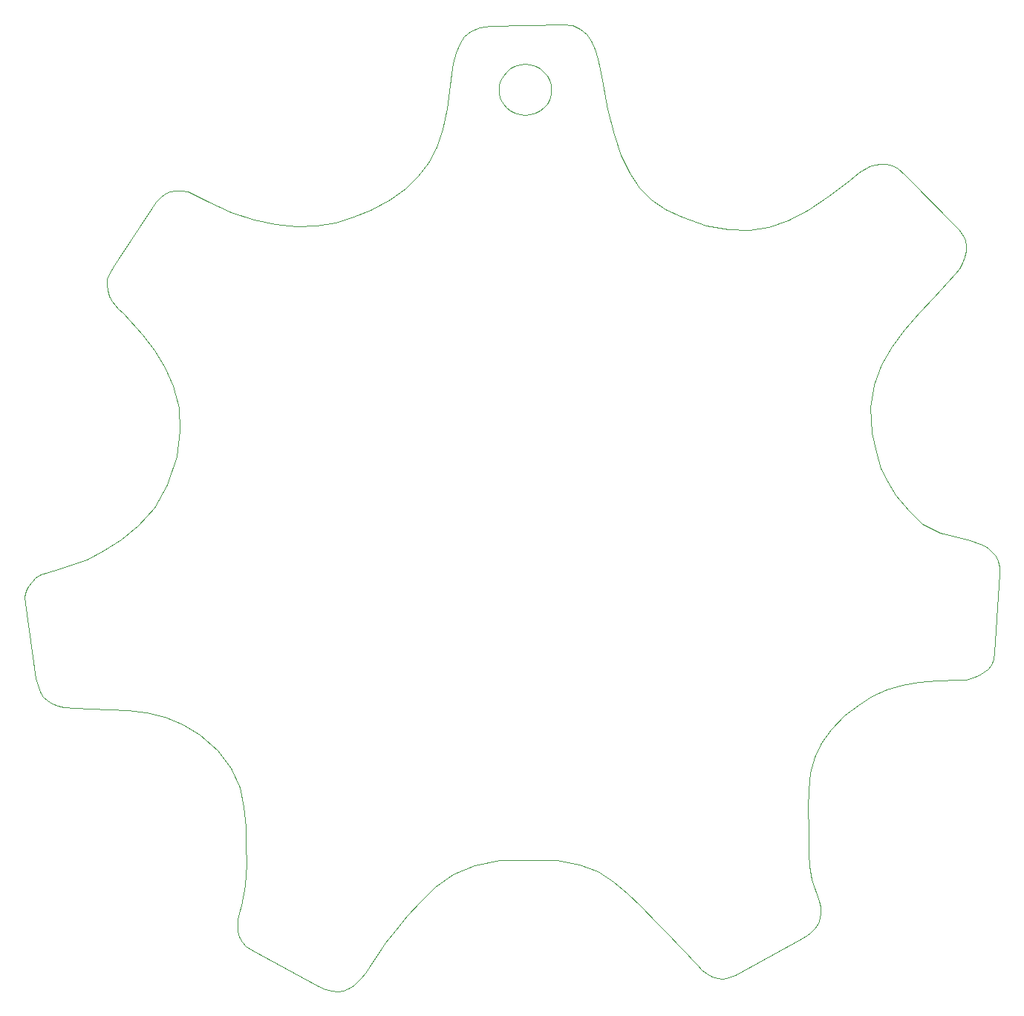
<source format=gbr>
%TF.GenerationSoftware,KiCad,Pcbnew,8.0.6*%
%TF.CreationDate,2024-10-30T16:41:28+09:00*%
%TF.ProjectId,badge24,62616467-6532-4342-9e6b-696361645f70,A*%
%TF.SameCoordinates,Original*%
%TF.FileFunction,Profile,NP*%
%FSLAX46Y46*%
G04 Gerber Fmt 4.6, Leading zero omitted, Abs format (unit mm)*
G04 Created by KiCad (PCBNEW 8.0.6) date 2024-10-30 16:41:28*
%MOMM*%
%LPD*%
G01*
G04 APERTURE LIST*
%TA.AperFunction,Profile*%
%ADD10C,0.050000*%
%TD*%
G04 APERTURE END LIST*
D10*
X110476950Y-78511570D02*
X110625950Y-81187670D01*
X147132810Y-130198570D02*
X153581870Y-130206190D01*
X200269890Y-60062070D02*
X200147730Y-59433590D01*
X156115050Y-130683670D02*
X158227750Y-131492370D01*
X204082880Y-96740540D02*
X203943210Y-96080710D01*
X117424650Y-121848770D02*
X117908950Y-124107470D01*
X158750150Y-41224370D02*
X158513450Y-39931770D01*
X107708550Y-71996170D02*
X108929750Y-73938070D01*
X202740510Y-108387690D02*
X203125820Y-107876380D01*
X141798810Y-131806390D02*
X144247370Y-130752290D01*
X186949850Y-52626970D02*
X184638450Y-54430370D01*
X112915150Y-115910170D02*
X114903050Y-117668570D01*
X121527250Y-57665970D02*
X119027350Y-57129370D01*
X189992050Y-83577670D02*
X189527550Y-81397070D01*
X171288000Y-143439770D02*
X171898920Y-143637190D01*
X101859850Y-94841770D02*
X99980250Y-95857770D01*
X186420750Y-113702270D02*
X187965150Y-112447370D01*
X94212620Y-97956020D02*
X93712470Y-98397720D01*
X148304280Y-39865320D02*
X148823580Y-39597430D01*
X200272180Y-109579640D02*
X201013550Y-109383990D01*
X98637140Y-112843640D02*
X100462850Y-112926570D01*
X141797850Y-39212270D02*
X141598950Y-40448870D01*
X201013550Y-109383990D02*
X201668260Y-109129150D01*
X102310940Y-63926330D02*
X102266250Y-64564970D01*
X127216820Y-144879630D02*
X127931720Y-145118580D01*
X110240350Y-84152870D02*
X109194850Y-87348670D01*
X118115850Y-126413970D02*
X118166650Y-128369770D01*
X182462510Y-138487370D02*
X183018090Y-137977960D01*
X150559040Y-45118870D02*
X149973050Y-45174570D01*
X94798650Y-97610370D02*
X94212620Y-97956020D01*
X95522350Y-112008410D02*
X96072160Y-112339940D01*
X181496320Y-139188960D02*
X182141730Y-138749020D01*
X110133690Y-53772250D02*
X109501580Y-53884720D01*
X150559040Y-39432470D02*
X151122520Y-39597430D01*
X93047450Y-99484490D02*
X92919320Y-100146640D01*
X151122520Y-44953900D02*
X150559040Y-45118870D01*
X183652610Y-135514420D02*
X183509720Y-134826570D01*
X146026250Y-34979470D02*
X144777850Y-35165170D01*
X175531650Y-58301870D02*
X173188450Y-58245870D01*
X108912280Y-54134890D02*
X108374000Y-54541240D01*
X192969650Y-110234170D02*
X194823850Y-109903970D01*
X143042850Y-36244570D02*
X142483350Y-37082070D01*
X192258450Y-88517170D02*
X191394850Y-87094770D01*
X196906650Y-109726170D02*
X199492520Y-109623770D01*
X182250850Y-124254970D02*
X182284650Y-122103870D01*
X96729050Y-96975370D02*
X94798650Y-97610370D01*
X183693920Y-136180450D02*
X183652610Y-135514420D01*
X148823580Y-44953900D02*
X148304280Y-44686020D01*
X132387350Y-55987970D02*
X130434550Y-56819270D01*
X136306950Y-53548570D02*
X134524050Y-54813270D01*
X158513450Y-39931770D02*
X158245150Y-38729570D01*
X170138860Y-142700610D02*
X170701910Y-143120800D01*
X200248500Y-60703720D02*
X200269890Y-60062070D01*
X146969350Y-42275670D02*
X147027070Y-41710120D01*
X96072160Y-112339940D02*
X96697400Y-112573080D01*
X108374000Y-54541240D02*
X107894370Y-55122730D01*
X172536710Y-143692990D02*
X173202740Y-143586890D01*
X99980250Y-95857770D02*
X98202250Y-96518170D01*
X135235450Y-138148770D02*
X136480050Y-136573970D01*
X152919030Y-42841220D02*
X152748110Y-43385030D01*
X200147730Y-59433590D02*
X199862150Y-58822620D01*
X193348570Y-52062530D02*
X192402100Y-51218270D01*
X111495330Y-53885360D02*
X110800930Y-53778670D01*
X190531250Y-85443770D02*
X189992050Y-83577670D01*
X191217050Y-110742170D02*
X192969650Y-110234170D01*
X117409820Y-138906800D02*
X117710400Y-139472070D01*
X199854710Y-62012100D02*
X200103420Y-61355010D01*
X203662580Y-95505310D02*
X203259340Y-95005730D01*
X148304280Y-44686020D02*
X147849110Y-44325500D01*
X117908950Y-124107470D02*
X118115850Y-126413970D01*
X142080550Y-38080670D02*
X141797850Y-39212270D01*
X109194850Y-87348670D02*
X107686350Y-89927570D01*
X182276250Y-126693370D02*
X182250850Y-124254970D01*
X157497150Y-36697370D02*
X156959350Y-35917970D01*
X107686350Y-89927570D02*
X105842550Y-91958470D01*
X104127230Y-67802930D02*
X106381050Y-70203770D01*
X194925450Y-67714570D02*
X196500250Y-66038170D01*
X143795550Y-35596270D02*
X143042850Y-36244570D01*
X156273750Y-35329970D02*
X155411050Y-34958670D01*
X158227750Y-131492370D02*
X160025150Y-132671070D01*
X182141730Y-138749020D02*
X182462510Y-138487370D01*
X93712470Y-98397720D02*
X93317980Y-98904250D01*
X167493450Y-139901370D02*
X168357050Y-140790370D01*
X199492520Y-109623770D02*
X200272180Y-109579640D01*
X203943210Y-96080710D02*
X203662580Y-95505310D01*
X102365700Y-65199260D02*
X102589010Y-65828060D01*
X170640750Y-57756770D02*
X167799650Y-56819170D01*
X139866950Y-48802370D02*
X138944850Y-50584370D01*
X134524050Y-54813270D02*
X132387350Y-55987970D01*
X137769350Y-52152670D02*
X136306950Y-53548570D01*
X199015150Y-63302890D02*
X199504040Y-62693960D01*
X149387060Y-45118870D02*
X148823580Y-44953900D01*
X189885730Y-50844740D02*
X189216580Y-51058750D01*
X128371950Y-57428470D02*
X126199650Y-57789770D01*
X165029650Y-137361370D02*
X166375850Y-138758370D01*
X116453750Y-119686370D02*
X117424650Y-121848770D01*
X182403250Y-130833570D02*
X182327050Y-129461970D01*
X202157480Y-94197750D02*
X200435760Y-93646970D01*
X160025150Y-132671070D02*
X161651450Y-134033970D01*
X173899250Y-143298630D02*
X181496320Y-139188960D01*
X119027350Y-57129370D02*
X116418750Y-56242170D01*
X200435760Y-93646970D02*
X197338450Y-92885970D01*
X183395700Y-137419130D02*
X183614680Y-136817550D01*
X157916050Y-37642970D02*
X157497150Y-36697370D01*
X141447350Y-41762270D02*
X141084750Y-44432570D01*
X199504040Y-62693960D02*
X199854710Y-62012100D01*
X190543790Y-50734030D02*
X189885730Y-50844740D01*
X149387060Y-39432470D02*
X149973050Y-39376770D01*
X184892850Y-115276070D02*
X186420750Y-113702270D01*
X182227850Y-56026470D02*
X179962250Y-57176670D01*
X179962250Y-57176670D02*
X177759850Y-57940270D01*
X148823580Y-39597430D02*
X149387060Y-39432470D01*
X128603540Y-145177930D02*
X129235860Y-145077800D01*
X168357050Y-140790370D02*
X169093650Y-141577770D01*
X95061850Y-111563680D02*
X95522350Y-112008410D01*
X182284650Y-122103870D02*
X182506250Y-120167370D01*
X182506250Y-120167370D02*
X182993450Y-118407170D01*
X134092450Y-139596570D02*
X135235450Y-138148770D01*
X193706250Y-90295170D02*
X192258450Y-88517170D01*
X152096990Y-44325500D02*
X151641820Y-44686020D01*
X152470540Y-43886210D02*
X152096990Y-44325500D01*
X149973050Y-45174570D02*
X149387060Y-45118870D01*
X103917250Y-93622570D02*
X101859850Y-94841770D01*
X123918050Y-57877470D02*
X121527250Y-57665970D01*
X94215470Y-109444220D02*
X94408140Y-110201190D01*
X108872250Y-113838970D02*
X110905550Y-114660270D01*
X188042050Y-51712570D02*
X186949840Y-52626960D01*
X183018090Y-137977960D02*
X183395700Y-137419130D01*
X154342350Y-34829270D02*
X146026250Y-34979470D01*
X156959350Y-35917970D02*
X156273750Y-35329970D01*
X147197990Y-43385030D02*
X147027070Y-42841220D01*
X129831510Y-144838230D02*
X130393990Y-144479200D01*
X131281860Y-143677510D02*
X131743480Y-143047660D01*
X126199650Y-57789770D02*
X123918050Y-57877470D01*
X165953650Y-55946070D02*
X164375850Y-54841670D01*
X158245150Y-38729570D02*
X157916050Y-37642970D01*
X197338450Y-92885970D02*
X195281050Y-91844570D01*
X183778250Y-116788470D02*
X184892850Y-115276070D01*
X92919320Y-100146640D02*
X92951970Y-100899710D01*
X182682660Y-132408370D02*
X182403250Y-130833570D01*
X161651450Y-134033970D02*
X163175450Y-135456370D01*
X106381050Y-70203770D02*
X107708550Y-71996170D01*
X116418750Y-56242170D02*
X113701550Y-54978570D01*
X117710400Y-139472070D02*
X118162120Y-139972870D01*
X200103420Y-61355010D02*
X200248500Y-60703720D01*
X130434550Y-56819270D02*
X128371950Y-57428470D01*
X117190960Y-137621650D02*
X117242670Y-138286910D01*
X102519900Y-63285080D02*
X102310940Y-63926330D01*
X138037070Y-134884870D02*
X139738870Y-133261810D01*
X109501580Y-53884720D02*
X108912280Y-54134890D01*
X141084750Y-44432570D02*
X140569050Y-46765470D01*
X141598950Y-40448870D02*
X141447350Y-41762270D01*
X151641820Y-44686020D02*
X151122520Y-44953900D01*
X129235860Y-145077800D02*
X129831510Y-144838230D01*
X147475570Y-43886210D02*
X147197990Y-43385030D01*
X187965150Y-112447370D02*
X189552350Y-111484970D01*
X142483350Y-37082070D02*
X142080550Y-38080670D01*
X117242670Y-138286910D02*
X117409820Y-138906800D01*
X199862150Y-58822620D02*
X199393040Y-58232520D01*
X182993450Y-118407170D02*
X183778250Y-116788470D01*
X151122520Y-39597430D02*
X151641820Y-39865320D01*
X191394850Y-87094770D02*
X190531250Y-85443770D01*
X152470540Y-40665130D02*
X152748110Y-41166310D01*
X107894370Y-55122730D02*
X103115930Y-62317990D01*
X93317980Y-98904250D02*
X93047450Y-99484490D01*
X105842550Y-91958470D02*
X103917250Y-93622570D01*
X199393040Y-58232520D02*
X193348570Y-52062530D01*
X153581870Y-130206190D02*
X156114250Y-130701490D01*
X182327050Y-129461970D02*
X182276250Y-126693370D01*
X147849110Y-40225840D02*
X148304280Y-39865320D01*
X103115920Y-62317980D02*
X102519900Y-63285080D01*
X100462850Y-112926570D02*
X102596450Y-113002770D01*
X196500250Y-66038170D02*
X199015150Y-63302890D01*
X201668260Y-109129150D02*
X202249350Y-108801150D01*
X147197990Y-41166310D02*
X147475570Y-40665130D01*
X117607850Y-135380170D02*
X117372700Y-136165970D01*
X189365050Y-78504770D02*
X189743950Y-75940370D01*
X130393990Y-144479200D02*
X130926320Y-144020750D01*
X98202250Y-96518170D02*
X96729050Y-96975370D01*
X171898920Y-143637190D02*
X172536710Y-143692990D01*
X104730050Y-113104370D02*
X106813150Y-113366470D01*
X138944850Y-50584370D02*
X137769350Y-52152670D01*
X203259340Y-95005730D02*
X202751530Y-94572790D01*
X117236700Y-136920590D02*
X117190960Y-137621650D01*
X151641820Y-39865320D02*
X152096990Y-40225840D01*
X190576550Y-73646670D02*
X191775050Y-71566470D01*
X170701910Y-143120800D02*
X171288000Y-143439770D01*
X169093650Y-141577770D02*
X169576250Y-142136570D01*
X177759850Y-57940270D02*
X175531650Y-58301870D01*
X152748110Y-41166310D02*
X152919030Y-41710120D01*
X144777850Y-35165170D02*
X143795550Y-35596270D01*
X163175450Y-135456370D02*
X165029650Y-137361370D01*
X202751530Y-94572790D02*
X202157480Y-94197750D01*
X97383900Y-112722320D02*
X98637140Y-112843640D01*
X118166650Y-128369770D02*
X118217450Y-130630370D01*
X110800930Y-53778670D02*
X110133690Y-53772250D01*
X204063380Y-97494060D02*
X204082880Y-96740540D01*
X118090450Y-133094170D02*
X117607850Y-135380170D01*
X92951970Y-100899710D02*
X94215470Y-109444220D01*
X118162120Y-139972870D02*
X118783220Y-140400010D01*
X102266250Y-64564970D02*
X102365700Y-65199260D01*
X152976750Y-42275670D02*
X152919030Y-42841220D01*
X164375850Y-54841670D02*
X163034350Y-53467970D01*
X173188450Y-58245870D02*
X170640750Y-57756770D01*
X103540000Y-67288170D02*
X104127230Y-67802930D01*
X173202740Y-143586890D02*
X173899250Y-143298630D01*
X110905550Y-114660270D02*
X112915150Y-115910170D01*
X203388770Y-107255330D02*
X203513400Y-106511880D01*
X152096990Y-40225840D02*
X152470540Y-40665130D01*
X118783220Y-140400010D02*
X126396250Y-144549570D01*
X189216580Y-51058750D02*
X188042050Y-51712570D01*
X140569050Y-46765470D02*
X139866950Y-48802370D01*
X136480050Y-136573970D02*
X138037070Y-134884870D01*
X149973050Y-39376770D02*
X150559040Y-39432470D01*
X192402100Y-51218270D02*
X191806850Y-50901140D01*
X102589010Y-65828060D02*
X102915950Y-66449890D01*
X102915950Y-66449890D02*
X103540000Y-67288170D01*
X94704920Y-110991420D02*
X95061850Y-111563680D01*
X147027070Y-41710120D02*
X147197990Y-41166310D01*
X102596450Y-113002770D02*
X104730050Y-113104370D01*
X96697400Y-112573080D02*
X97383900Y-112722320D01*
X191775050Y-71566470D02*
X193251950Y-69642670D01*
X109882050Y-76102470D02*
X110476950Y-78511570D01*
X106813150Y-113366470D02*
X108872250Y-113838970D01*
X147849110Y-44325500D02*
X147475570Y-43886210D01*
X191806850Y-50901140D02*
X191185700Y-50746260D01*
X127931720Y-145118580D02*
X128603540Y-145177930D01*
X144247370Y-130752290D02*
X147132810Y-130198570D01*
X147475570Y-40665130D02*
X147849110Y-40225840D01*
X195281050Y-91844570D02*
X193706250Y-90295170D01*
X126396250Y-144549570D02*
X127216820Y-144879630D01*
X108929750Y-73938070D02*
X109882050Y-76102470D01*
X147027070Y-42841220D02*
X146969350Y-42275670D01*
X183509720Y-134826570D02*
X182682660Y-132408370D01*
X202249350Y-108801150D02*
X202740510Y-108387690D01*
X189527550Y-81397070D02*
X189365050Y-78504770D01*
X156114250Y-130701490D02*
X156115050Y-130683670D01*
X155411050Y-34958670D02*
X154342350Y-34829270D01*
X193251950Y-69642670D02*
X194925450Y-67714570D01*
X167799650Y-56819170D02*
X165953650Y-55946070D01*
X131743480Y-143047660D02*
X134092450Y-139596570D01*
X139738870Y-133261810D02*
X141798810Y-131806390D01*
X183614680Y-136817550D02*
X183693920Y-136180450D01*
X189743950Y-75940370D02*
X190576550Y-73646670D01*
X189552350Y-111484970D02*
X191217050Y-110742170D01*
X159390550Y-44516670D02*
X158750150Y-41224370D01*
X94408130Y-110201190D02*
X94704920Y-110991420D01*
X160107150Y-47349170D02*
X159390550Y-44516670D01*
X113701550Y-54978570D02*
X111495330Y-53885360D01*
X110625950Y-81187670D02*
X110240350Y-84152870D01*
X117372700Y-136165970D02*
X117236700Y-136920590D01*
X191185700Y-50746260D02*
X190543790Y-50734030D01*
X118217450Y-130630370D02*
X118090450Y-133094170D01*
X203513400Y-106511880D02*
X204063380Y-97494060D01*
X169576250Y-142136570D02*
X170138860Y-142700610D01*
X194823850Y-109903970D02*
X196906650Y-109726170D01*
X114903050Y-117668570D02*
X116453750Y-119686370D01*
X130926320Y-144020750D02*
X131281870Y-143677520D01*
X152748110Y-43385030D02*
X152470540Y-43886210D01*
X163034350Y-53467970D02*
X161897050Y-51786670D01*
X160932050Y-49759770D02*
X160107150Y-47349170D01*
X203125820Y-107876380D02*
X203388770Y-107255330D01*
X152919030Y-41710120D02*
X152976750Y-42275670D01*
X184638450Y-54430370D02*
X182227850Y-56026470D01*
X166375850Y-138758370D02*
X167493450Y-139901370D01*
X161897050Y-51786670D02*
X160932050Y-49759770D01*
M02*

</source>
